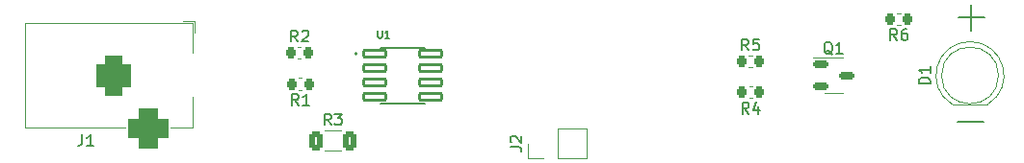
<source format=gbr>
%TF.GenerationSoftware,KiCad,Pcbnew,7.0.10*%
%TF.CreationDate,2024-11-23T21:13:02-08:00*%
%TF.ProjectId,charging-base rev1,63686172-6769-46e6-972d-626173652072,rev?*%
%TF.SameCoordinates,Original*%
%TF.FileFunction,Legend,Top*%
%TF.FilePolarity,Positive*%
%FSLAX46Y46*%
G04 Gerber Fmt 4.6, Leading zero omitted, Abs format (unit mm)*
G04 Created by KiCad (PCBNEW 7.0.10) date 2024-11-23 21:13:02*
%MOMM*%
%LPD*%
G01*
G04 APERTURE LIST*
G04 Aperture macros list*
%AMRoundRect*
0 Rectangle with rounded corners*
0 $1 Rounding radius*
0 $2 $3 $4 $5 $6 $7 $8 $9 X,Y pos of 4 corners*
0 Add a 4 corners polygon primitive as box body*
4,1,4,$2,$3,$4,$5,$6,$7,$8,$9,$2,$3,0*
0 Add four circle primitives for the rounded corners*
1,1,$1+$1,$2,$3*
1,1,$1+$1,$4,$5*
1,1,$1+$1,$6,$7*
1,1,$1+$1,$8,$9*
0 Add four rect primitives between the rounded corners*
20,1,$1+$1,$2,$3,$4,$5,0*
20,1,$1+$1,$4,$5,$6,$7,0*
20,1,$1+$1,$6,$7,$8,$9,0*
20,1,$1+$1,$8,$9,$2,$3,0*%
G04 Aperture macros list end*
%ADD10C,0.150000*%
%ADD11C,0.120000*%
%ADD12C,0.127000*%
%ADD13C,0.200000*%
%ADD14RoundRect,0.250000X-0.312500X-0.625000X0.312500X-0.625000X0.312500X0.625000X-0.312500X0.625000X0*%
%ADD15RoundRect,0.225000X0.225000X0.250000X-0.225000X0.250000X-0.225000X-0.250000X0.225000X-0.250000X0*%
%ADD16R,1.700000X1.700000*%
%ADD17O,1.700000X1.700000*%
%ADD18R,3.500000X3.500000*%
%ADD19RoundRect,0.750000X-0.750000X-1.000000X0.750000X-1.000000X0.750000X1.000000X-0.750000X1.000000X0*%
%ADD20RoundRect,0.875000X-0.875000X-0.875000X0.875000X-0.875000X0.875000X0.875000X-0.875000X0.875000X0*%
%ADD21R,1.800000X1.800000*%
%ADD22C,1.800000*%
%ADD23RoundRect,0.225000X-0.225000X-0.250000X0.225000X-0.250000X0.225000X0.250000X-0.225000X0.250000X0*%
%ADD24RoundRect,0.102000X-0.985000X-0.285000X0.985000X-0.285000X0.985000X0.285000X-0.985000X0.285000X0*%
%ADD25RoundRect,0.150000X-0.512500X-0.150000X0.512500X-0.150000X0.512500X0.150000X-0.512500X0.150000X0*%
G04 APERTURE END LIST*
D10*
X185112969Y-104082200D02*
X187398684Y-104082200D01*
X185212969Y-94882200D02*
X187498684Y-94882200D01*
X186355826Y-96025057D02*
X186355826Y-93739342D01*
X130083333Y-104384819D02*
X129750000Y-103908628D01*
X129511905Y-104384819D02*
X129511905Y-103384819D01*
X129511905Y-103384819D02*
X129892857Y-103384819D01*
X129892857Y-103384819D02*
X129988095Y-103432438D01*
X129988095Y-103432438D02*
X130035714Y-103480057D01*
X130035714Y-103480057D02*
X130083333Y-103575295D01*
X130083333Y-103575295D02*
X130083333Y-103718152D01*
X130083333Y-103718152D02*
X130035714Y-103813390D01*
X130035714Y-103813390D02*
X129988095Y-103861009D01*
X129988095Y-103861009D02*
X129892857Y-103908628D01*
X129892857Y-103908628D02*
X129511905Y-103908628D01*
X130416667Y-103384819D02*
X131035714Y-103384819D01*
X131035714Y-103384819D02*
X130702381Y-103765771D01*
X130702381Y-103765771D02*
X130845238Y-103765771D01*
X130845238Y-103765771D02*
X130940476Y-103813390D01*
X130940476Y-103813390D02*
X130988095Y-103861009D01*
X130988095Y-103861009D02*
X131035714Y-103956247D01*
X131035714Y-103956247D02*
X131035714Y-104194342D01*
X131035714Y-104194342D02*
X130988095Y-104289580D01*
X130988095Y-104289580D02*
X130940476Y-104337200D01*
X130940476Y-104337200D02*
X130845238Y-104384819D01*
X130845238Y-104384819D02*
X130559524Y-104384819D01*
X130559524Y-104384819D02*
X130464286Y-104337200D01*
X130464286Y-104337200D02*
X130416667Y-104289580D01*
X166808333Y-103384819D02*
X166475000Y-102908628D01*
X166236905Y-103384819D02*
X166236905Y-102384819D01*
X166236905Y-102384819D02*
X166617857Y-102384819D01*
X166617857Y-102384819D02*
X166713095Y-102432438D01*
X166713095Y-102432438D02*
X166760714Y-102480057D01*
X166760714Y-102480057D02*
X166808333Y-102575295D01*
X166808333Y-102575295D02*
X166808333Y-102718152D01*
X166808333Y-102718152D02*
X166760714Y-102813390D01*
X166760714Y-102813390D02*
X166713095Y-102861009D01*
X166713095Y-102861009D02*
X166617857Y-102908628D01*
X166617857Y-102908628D02*
X166236905Y-102908628D01*
X167665476Y-102718152D02*
X167665476Y-103384819D01*
X167427381Y-102337200D02*
X167189286Y-103051485D01*
X167189286Y-103051485D02*
X167808333Y-103051485D01*
X145834819Y-106333333D02*
X146549104Y-106333333D01*
X146549104Y-106333333D02*
X146691961Y-106380952D01*
X146691961Y-106380952D02*
X146787200Y-106476190D01*
X146787200Y-106476190D02*
X146834819Y-106619047D01*
X146834819Y-106619047D02*
X146834819Y-106714285D01*
X145930057Y-105904761D02*
X145882438Y-105857142D01*
X145882438Y-105857142D02*
X145834819Y-105761904D01*
X145834819Y-105761904D02*
X145834819Y-105523809D01*
X145834819Y-105523809D02*
X145882438Y-105428571D01*
X145882438Y-105428571D02*
X145930057Y-105380952D01*
X145930057Y-105380952D02*
X146025295Y-105333333D01*
X146025295Y-105333333D02*
X146120533Y-105333333D01*
X146120533Y-105333333D02*
X146263390Y-105380952D01*
X146263390Y-105380952D02*
X146834819Y-105952380D01*
X146834819Y-105952380D02*
X146834819Y-105333333D01*
X127158334Y-97014818D02*
X126825001Y-96538627D01*
X126586906Y-97014818D02*
X126586906Y-96014818D01*
X126586906Y-96014818D02*
X126967858Y-96014818D01*
X126967858Y-96014818D02*
X127063096Y-96062437D01*
X127063096Y-96062437D02*
X127110715Y-96110056D01*
X127110715Y-96110056D02*
X127158334Y-96205294D01*
X127158334Y-96205294D02*
X127158334Y-96348151D01*
X127158334Y-96348151D02*
X127110715Y-96443389D01*
X127110715Y-96443389D02*
X127063096Y-96491008D01*
X127063096Y-96491008D02*
X126967858Y-96538627D01*
X126967858Y-96538627D02*
X126586906Y-96538627D01*
X127539287Y-96110056D02*
X127586906Y-96062437D01*
X127586906Y-96062437D02*
X127682144Y-96014818D01*
X127682144Y-96014818D02*
X127920239Y-96014818D01*
X127920239Y-96014818D02*
X128015477Y-96062437D01*
X128015477Y-96062437D02*
X128063096Y-96110056D01*
X128063096Y-96110056D02*
X128110715Y-96205294D01*
X128110715Y-96205294D02*
X128110715Y-96300532D01*
X128110715Y-96300532D02*
X128063096Y-96443389D01*
X128063096Y-96443389D02*
X127491668Y-97014818D01*
X127491668Y-97014818D02*
X128110715Y-97014818D01*
X108216666Y-105204819D02*
X108216666Y-105919104D01*
X108216666Y-105919104D02*
X108169047Y-106061961D01*
X108169047Y-106061961D02*
X108073809Y-106157200D01*
X108073809Y-106157200D02*
X107930952Y-106204819D01*
X107930952Y-106204819D02*
X107835714Y-106204819D01*
X109216666Y-106204819D02*
X108645238Y-106204819D01*
X108930952Y-106204819D02*
X108930952Y-105204819D01*
X108930952Y-105204819D02*
X108835714Y-105347676D01*
X108835714Y-105347676D02*
X108740476Y-105442914D01*
X108740476Y-105442914D02*
X108645238Y-105490533D01*
X182744819Y-100743093D02*
X181744819Y-100743093D01*
X181744819Y-100743093D02*
X181744819Y-100504998D01*
X181744819Y-100504998D02*
X181792438Y-100362141D01*
X181792438Y-100362141D02*
X181887676Y-100266903D01*
X181887676Y-100266903D02*
X181982914Y-100219284D01*
X181982914Y-100219284D02*
X182173390Y-100171665D01*
X182173390Y-100171665D02*
X182316247Y-100171665D01*
X182316247Y-100171665D02*
X182506723Y-100219284D01*
X182506723Y-100219284D02*
X182601961Y-100266903D01*
X182601961Y-100266903D02*
X182697200Y-100362141D01*
X182697200Y-100362141D02*
X182744819Y-100504998D01*
X182744819Y-100504998D02*
X182744819Y-100743093D01*
X182744819Y-99219284D02*
X182744819Y-99790712D01*
X182744819Y-99504998D02*
X181744819Y-99504998D01*
X181744819Y-99504998D02*
X181887676Y-99600236D01*
X181887676Y-99600236D02*
X181982914Y-99695474D01*
X181982914Y-99695474D02*
X182030533Y-99790712D01*
X179833333Y-96884819D02*
X179500000Y-96408628D01*
X179261905Y-96884819D02*
X179261905Y-95884819D01*
X179261905Y-95884819D02*
X179642857Y-95884819D01*
X179642857Y-95884819D02*
X179738095Y-95932438D01*
X179738095Y-95932438D02*
X179785714Y-95980057D01*
X179785714Y-95980057D02*
X179833333Y-96075295D01*
X179833333Y-96075295D02*
X179833333Y-96218152D01*
X179833333Y-96218152D02*
X179785714Y-96313390D01*
X179785714Y-96313390D02*
X179738095Y-96361009D01*
X179738095Y-96361009D02*
X179642857Y-96408628D01*
X179642857Y-96408628D02*
X179261905Y-96408628D01*
X180690476Y-95884819D02*
X180500000Y-95884819D01*
X180500000Y-95884819D02*
X180404762Y-95932438D01*
X180404762Y-95932438D02*
X180357143Y-95980057D01*
X180357143Y-95980057D02*
X180261905Y-96122914D01*
X180261905Y-96122914D02*
X180214286Y-96313390D01*
X180214286Y-96313390D02*
X180214286Y-96694342D01*
X180214286Y-96694342D02*
X180261905Y-96789580D01*
X180261905Y-96789580D02*
X180309524Y-96837200D01*
X180309524Y-96837200D02*
X180404762Y-96884819D01*
X180404762Y-96884819D02*
X180595238Y-96884819D01*
X180595238Y-96884819D02*
X180690476Y-96837200D01*
X180690476Y-96837200D02*
X180738095Y-96789580D01*
X180738095Y-96789580D02*
X180785714Y-96694342D01*
X180785714Y-96694342D02*
X180785714Y-96456247D01*
X180785714Y-96456247D02*
X180738095Y-96361009D01*
X180738095Y-96361009D02*
X180690476Y-96313390D01*
X180690476Y-96313390D02*
X180595238Y-96265771D01*
X180595238Y-96265771D02*
X180404762Y-96265771D01*
X180404762Y-96265771D02*
X180309524Y-96313390D01*
X180309524Y-96313390D02*
X180261905Y-96361009D01*
X180261905Y-96361009D02*
X180214286Y-96456247D01*
X127225833Y-102634819D02*
X126892500Y-102158628D01*
X126654405Y-102634819D02*
X126654405Y-101634819D01*
X126654405Y-101634819D02*
X127035357Y-101634819D01*
X127035357Y-101634819D02*
X127130595Y-101682438D01*
X127130595Y-101682438D02*
X127178214Y-101730057D01*
X127178214Y-101730057D02*
X127225833Y-101825295D01*
X127225833Y-101825295D02*
X127225833Y-101968152D01*
X127225833Y-101968152D02*
X127178214Y-102063390D01*
X127178214Y-102063390D02*
X127130595Y-102111009D01*
X127130595Y-102111009D02*
X127035357Y-102158628D01*
X127035357Y-102158628D02*
X126654405Y-102158628D01*
X128178214Y-102634819D02*
X127606786Y-102634819D01*
X127892500Y-102634819D02*
X127892500Y-101634819D01*
X127892500Y-101634819D02*
X127797262Y-101777676D01*
X127797262Y-101777676D02*
X127702024Y-101872914D01*
X127702024Y-101872914D02*
X127606786Y-101920533D01*
X166783333Y-97774819D02*
X166450000Y-97298628D01*
X166211905Y-97774819D02*
X166211905Y-96774819D01*
X166211905Y-96774819D02*
X166592857Y-96774819D01*
X166592857Y-96774819D02*
X166688095Y-96822438D01*
X166688095Y-96822438D02*
X166735714Y-96870057D01*
X166735714Y-96870057D02*
X166783333Y-96965295D01*
X166783333Y-96965295D02*
X166783333Y-97108152D01*
X166783333Y-97108152D02*
X166735714Y-97203390D01*
X166735714Y-97203390D02*
X166688095Y-97251009D01*
X166688095Y-97251009D02*
X166592857Y-97298628D01*
X166592857Y-97298628D02*
X166211905Y-97298628D01*
X167688095Y-96774819D02*
X167211905Y-96774819D01*
X167211905Y-96774819D02*
X167164286Y-97251009D01*
X167164286Y-97251009D02*
X167211905Y-97203390D01*
X167211905Y-97203390D02*
X167307143Y-97155771D01*
X167307143Y-97155771D02*
X167545238Y-97155771D01*
X167545238Y-97155771D02*
X167640476Y-97203390D01*
X167640476Y-97203390D02*
X167688095Y-97251009D01*
X167688095Y-97251009D02*
X167735714Y-97346247D01*
X167735714Y-97346247D02*
X167735714Y-97584342D01*
X167735714Y-97584342D02*
X167688095Y-97679580D01*
X167688095Y-97679580D02*
X167640476Y-97727200D01*
X167640476Y-97727200D02*
X167545238Y-97774819D01*
X167545238Y-97774819D02*
X167307143Y-97774819D01*
X167307143Y-97774819D02*
X167211905Y-97727200D01*
X167211905Y-97727200D02*
X167164286Y-97679580D01*
X134212057Y-96048048D02*
X134212057Y-96566487D01*
X134212057Y-96566487D02*
X134242553Y-96627480D01*
X134242553Y-96627480D02*
X134273050Y-96657977D01*
X134273050Y-96657977D02*
X134334042Y-96688473D01*
X134334042Y-96688473D02*
X134456028Y-96688473D01*
X134456028Y-96688473D02*
X134517021Y-96657977D01*
X134517021Y-96657977D02*
X134547517Y-96627480D01*
X134547517Y-96627480D02*
X134578014Y-96566487D01*
X134578014Y-96566487D02*
X134578014Y-96048048D01*
X135218438Y-96688473D02*
X134852481Y-96688473D01*
X135035460Y-96688473D02*
X135035460Y-96048048D01*
X135035460Y-96048048D02*
X134974467Y-96139537D01*
X134974467Y-96139537D02*
X134913474Y-96200530D01*
X134913474Y-96200530D02*
X134852481Y-96231027D01*
X174154761Y-98150057D02*
X174059523Y-98102438D01*
X174059523Y-98102438D02*
X173964285Y-98007200D01*
X173964285Y-98007200D02*
X173821428Y-97864342D01*
X173821428Y-97864342D02*
X173726190Y-97816723D01*
X173726190Y-97816723D02*
X173630952Y-97816723D01*
X173678571Y-98054819D02*
X173583333Y-98007200D01*
X173583333Y-98007200D02*
X173488095Y-97911961D01*
X173488095Y-97911961D02*
X173440476Y-97721485D01*
X173440476Y-97721485D02*
X173440476Y-97388152D01*
X173440476Y-97388152D02*
X173488095Y-97197676D01*
X173488095Y-97197676D02*
X173583333Y-97102438D01*
X173583333Y-97102438D02*
X173678571Y-97054819D01*
X173678571Y-97054819D02*
X173869047Y-97054819D01*
X173869047Y-97054819D02*
X173964285Y-97102438D01*
X173964285Y-97102438D02*
X174059523Y-97197676D01*
X174059523Y-97197676D02*
X174107142Y-97388152D01*
X174107142Y-97388152D02*
X174107142Y-97721485D01*
X174107142Y-97721485D02*
X174059523Y-97911961D01*
X174059523Y-97911961D02*
X173964285Y-98007200D01*
X173964285Y-98007200D02*
X173869047Y-98054819D01*
X173869047Y-98054819D02*
X173678571Y-98054819D01*
X175059523Y-98054819D02*
X174488095Y-98054819D01*
X174773809Y-98054819D02*
X174773809Y-97054819D01*
X174773809Y-97054819D02*
X174678571Y-97197676D01*
X174678571Y-97197676D02*
X174583333Y-97292914D01*
X174583333Y-97292914D02*
X174488095Y-97340533D01*
D11*
%TO.C,R3*%
X129522936Y-104840000D02*
X130977064Y-104840000D01*
X129522936Y-106660000D02*
X130977064Y-106660000D01*
%TO.C,R4*%
X167115580Y-102010000D02*
X166834420Y-102010000D01*
X167115580Y-100990000D02*
X166834420Y-100990000D01*
%TO.C,J2*%
X147380000Y-107330000D02*
X147380000Y-106000000D01*
X148710000Y-107330000D02*
X147380000Y-107330000D01*
X149980000Y-107330000D02*
X152580000Y-107330000D01*
X149980000Y-107330000D02*
X149980000Y-104670000D01*
X152580000Y-107330000D02*
X152580000Y-104670000D01*
X149980000Y-104670000D02*
X152580000Y-104670000D01*
%TO.C,R2*%
X127440580Y-98510000D02*
X127159420Y-98510000D01*
X127440580Y-97490000D02*
X127159420Y-97490000D01*
%TO.C,J1*%
X103200000Y-95400000D02*
X117900000Y-95400000D01*
X103200000Y-104600000D02*
X103200000Y-95400000D01*
X112000000Y-104600000D02*
X103200000Y-104600000D01*
X117050000Y-95200000D02*
X118100000Y-95200000D01*
X117900000Y-95400000D02*
X117900000Y-98000000D01*
X117900000Y-101900000D02*
X117900000Y-104600000D01*
X117900000Y-104600000D02*
X116000000Y-104600000D01*
X118100000Y-96250000D02*
X118100000Y-95200000D01*
%TO.C,D1*%
X184705000Y-102564999D02*
X187795000Y-102564999D01*
X186250462Y-97015000D02*
G75*
G03*
X184705170Y-102564998I-462J-2989999D01*
G01*
X187794830Y-102564999D02*
G75*
G03*
X186249538Y-97014999I-1544830J2560000D01*
G01*
X188750000Y-100004999D02*
G75*
G03*
X183750000Y-100004999I-2500000J0D01*
G01*
X183750000Y-100004999D02*
G75*
G03*
X188750000Y-100004999I2500000J0D01*
G01*
%TO.C,R6*%
X180140580Y-95510000D02*
X179859420Y-95510000D01*
X180140580Y-94490000D02*
X179859420Y-94490000D01*
%TO.C,R1*%
X127533080Y-101260000D02*
X127251920Y-101260000D01*
X127533080Y-100240000D02*
X127251920Y-100240000D01*
%TO.C,R5*%
X166809420Y-98240000D02*
X167090580Y-98240000D01*
X166809420Y-99260000D02*
X167090580Y-99260000D01*
D12*
%TO.C,U1*%
X134442500Y-97550000D02*
X138342500Y-97550000D01*
X134442500Y-102450000D02*
X138342500Y-102450000D01*
D13*
X132392500Y-98095000D02*
G75*
G03*
X132192500Y-98095000I-100000J0D01*
G01*
X132192500Y-98095000D02*
G75*
G03*
X132392500Y-98095000I100000J0D01*
G01*
D11*
%TO.C,Q1*%
X174250000Y-98440000D02*
X172450000Y-98440000D01*
X174250000Y-98440000D02*
X175050000Y-98440000D01*
X174250000Y-101560000D02*
X173450000Y-101560000D01*
X174250000Y-101560000D02*
X175050000Y-101560000D01*
%TD*%
%LPC*%
D14*
%TO.C,R3*%
X128787500Y-105750000D03*
X131712500Y-105750000D03*
%TD*%
D15*
%TO.C,R4*%
X167750000Y-101500000D03*
X166200000Y-101500000D03*
%TD*%
D16*
%TO.C,J2*%
X148710000Y-106000000D03*
D17*
X151250000Y-106000000D03*
%TD*%
D15*
%TO.C,R2*%
X128075000Y-98000000D03*
X126525000Y-98000000D03*
%TD*%
D18*
%TO.C,J1*%
X117000000Y-100000000D03*
D19*
X111000000Y-100000000D03*
D20*
X114000000Y-104700000D03*
%TD*%
D21*
%TO.C,D1*%
X186250000Y-101274999D03*
D22*
X186250000Y-98734999D03*
%TD*%
D15*
%TO.C,R6*%
X180775000Y-95000000D03*
X179225000Y-95000000D03*
%TD*%
%TO.C,R1*%
X128167500Y-100750000D03*
X126617500Y-100750000D03*
%TD*%
D23*
%TO.C,R5*%
X166175000Y-98750000D03*
X167725000Y-98750000D03*
%TD*%
D24*
%TO.C,U1*%
X133917500Y-98095000D03*
X133917500Y-99365000D03*
X133917500Y-100635000D03*
X133917500Y-101905000D03*
X138867500Y-101905000D03*
X138867500Y-100635000D03*
X138867500Y-99365000D03*
X138867500Y-98095000D03*
%TD*%
D25*
%TO.C,Q1*%
X175387500Y-100000000D03*
X173112500Y-99050000D03*
X173112500Y-100950000D03*
%TD*%
%LPD*%
M02*

</source>
